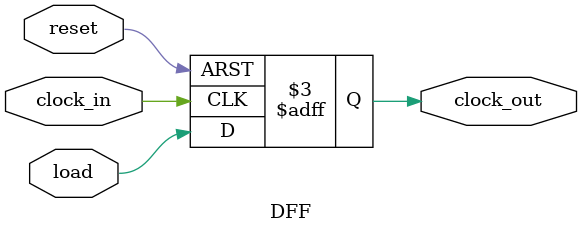
<source format=v>
`timescale 1ns / 1ps
module Divider500(clk_50MHz, reset, clk_500Hz);
	input clk_50MHz, reset;
	output clk_500Hz;
	wire clock;
	wire [16:0] Q;
	wire load;
	reg clk_500Hz;
	
	and M1(load, Q[16], Q[15], Q[10], Q[9], Q[7], Q[4], Q[3], Q[2], Q[1], Q[0]);
	counter500 M2(clk_50MHz, reset, load, Q);
	DFF M3(load, reset, clk_50MHz, clock);
	always @*
		clk_500Hz <= clock;

endmodule

module counter500(clock_in, reset, load, Q);
	input clock_in, reset, load;
	output [16:0] Q;
	reg [16:0] Q;
	
	always @(posedge reset or posedge clock_in)
		if(reset == 1'b1) Q <= 0;
		else if(load == 1'b1) Q <= 0;
		else Q <= Q + 1;

endmodule

module DFF(load, reset, clock_in, clock_out);
	input load, clock_in, reset;
	output clock_out;
	reg clock_out;
	
	always @(posedge reset or posedge clock_in)
		if (reset == 1'b1) clock_out <= 0;
		else clock_out <= load;
endmodule


</source>
